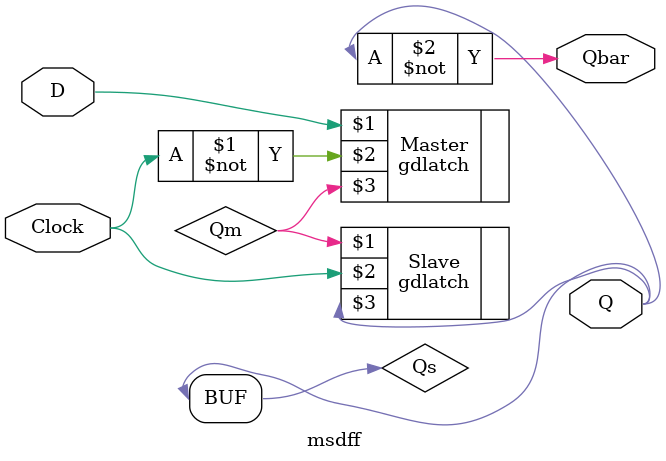
<source format=sv>
module msdff(input logic D, Clock,
             output logic Q, Qbar);
  logic Qm, Qs /* synthesis keep */;
  
  gdlatch Master(D, ~Clock, Qm);
  gdlatch Slave(Qm, Clock, Qs);
  assign Q = Qs;
  assign Qbar = ~Q;
endmodule 
</source>
